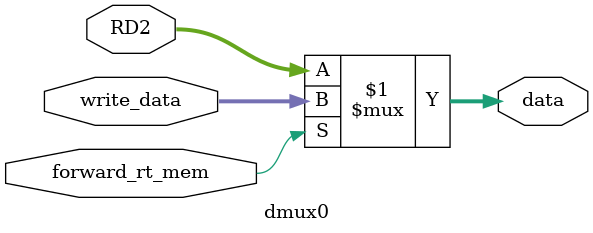
<source format=v>

module bmux0(input [31:0] RD1,
                 input [31:0] mem_data,
                 input [31:0] write_data,
                 output reg [31:0] cmp0,
                 input [1:0] forward_rs_b);
    always @(*)
    begin
        case(forward_rs_b)
            0:
            begin
                cmp0 = RD1;
            end
            1:
            begin
                cmp0 = mem_data;
            end
            2:
            begin
                cmp0 = write_data;
            end
        endcase
    end

endmodule

module bmux1(
        input [31:0] RD2, input [31:0] mem_data, input [31:0] write_data,
        output reg [31:0] cmp1,
        input [1:0] forward_rt_b
    );
    always @(*)
    begin
        case(forward_rt_b)
            0:
                cmp1 = RD2;
            1:
                cmp1 = mem_data;
            2:
                cmp1 = write_data;
        endcase
    end

endmodule

module jmux0(
        input [31:
               0] RD1,
        input [31:
               0] pc_plus8E,
        input [31:
               0] mem_data,
        input [31:
               0] write_data,

        output reg [31:
                    0] jrAddr,
        input [1:
               0] forward_rs_jr
    );
    always @(*)
    begin
        case(forward_rs_jr)
            0:
                jrAddr = RD1;
            1:
                jrAddr = pc_plus8E;
            2:
                jrAddr = mem_data;
            3:
                jrAddr = write_data;
        endcase
    end

endmodule


module jmux1(
        input [31:0] RD2,
        input [31:0] pc_plus8E,
        input [31:0] mem_data,
        input [31:0] write_data,

        output reg [31:0] ji_Addr,
        input [1:0] forward_rt_ji
    );
    always @(*)
    begin
        case(forward_rt_ji)
            0:
                ji_Addr = RD2;
            1:
                ji_Addr = pc_plus8E;
            2:
                ji_Addr = mem_data;
            3:
                ji_Addr = write_data;
        endcase
    end

endmodule

module amux0(
        input [31:0] RD1, input [31:0] mem_data,
        input [31:0] write_data,
        output reg [31:0] sel_RD1,
        input [1:0] forward_rs_alu
    );
    always@(*)
    begin
        case(forward_rs_alu)
            0:
                sel_RD1 = RD1;
            1:
                sel_RD1 = mem_data;
            2:
                sel_RD1 = write_data;
        endcase
    end

endmodule

module amux1(
        input [31:0] RD2, input [31:0] mem_data,
        input [31:0] write_data,
        output reg [31:0] sel_RD2,
        input [1:0] forward_rt_alu
    );
    always@(*)
    begin
        case(forward_rt_alu)
            0:
                sel_RD2 = RD2;
            1:
                sel_RD2 = mem_data;
            2:
                sel_RD2 = write_data;
        endcase
    end

endmodule

module dmux0(
        input [31:0] RD2, input [31:0] write_data,
        output  [31:0] data,

        input forward_rt_mem
    );
    assign data = forward_rt_mem ? write_data : RD2;

endmodule

</source>
